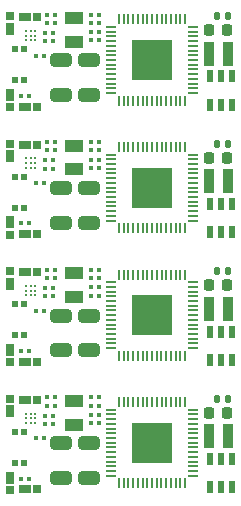
<source format=gtp>
G04 #@! TF.GenerationSoftware,KiCad,Pcbnew,8.0.8*
G04 #@! TF.CreationDate,2025-02-16T13:21:55-05:00*
G04 #@! TF.ProjectId,panel,70616e65-6c2e-46b6-9963-61645f706362,v0.0.0*
G04 #@! TF.SameCoordinates,Original*
G04 #@! TF.FileFunction,Paste,Top*
G04 #@! TF.FilePolarity,Positive*
%FSLAX46Y46*%
G04 Gerber Fmt 4.6, Leading zero omitted, Abs format (unit mm)*
G04 Created by KiCad (PCBNEW 8.0.8) date 2025-02-16 13:21:55*
%MOMM*%
%LPD*%
G01*
G04 APERTURE LIST*
G04 Aperture macros list*
%AMRoundRect*
0 Rectangle with rounded corners*
0 $1 Rounding radius*
0 $2 $3 $4 $5 $6 $7 $8 $9 X,Y pos of 4 corners*
0 Add a 4 corners polygon primitive as box body*
4,1,4,$2,$3,$4,$5,$6,$7,$8,$9,$2,$3,0*
0 Add four circle primitives for the rounded corners*
1,1,$1+$1,$2,$3*
1,1,$1+$1,$4,$5*
1,1,$1+$1,$6,$7*
1,1,$1+$1,$8,$9*
0 Add four rect primitives between the rounded corners*
20,1,$1+$1,$2,$3,$4,$5,0*
20,1,$1+$1,$4,$5,$6,$7,0*
20,1,$1+$1,$6,$7,$8,$9,0*
20,1,$1+$1,$8,$9,$2,$3,0*%
G04 Aperture macros list end*
%ADD10R,0.950000X2.100000*%
%ADD11RoundRect,0.079500X0.100500X-0.079500X0.100500X0.079500X-0.100500X0.079500X-0.100500X-0.079500X0*%
%ADD12R,1.600000X1.000000*%
%ADD13RoundRect,0.250000X-0.650000X0.325000X-0.650000X-0.325000X0.650000X-0.325000X0.650000X0.325000X0*%
%ADD14RoundRect,0.079500X-0.100500X0.079500X-0.100500X-0.079500X0.100500X-0.079500X0.100500X0.079500X0*%
%ADD15R,1.050000X0.800000*%
%ADD16R,0.650000X0.800000*%
%ADD17C,0.230000*%
%ADD18R,0.800000X1.050000*%
%ADD19R,0.800000X0.650000*%
%ADD20RoundRect,0.079500X-0.079500X-0.100500X0.079500X-0.100500X0.079500X0.100500X-0.079500X0.100500X0*%
%ADD21RoundRect,0.147500X0.147500X0.172500X-0.147500X0.172500X-0.147500X-0.172500X0.147500X-0.172500X0*%
%ADD22R,0.200000X0.880000*%
%ADD23R,0.880000X0.200000*%
%ADD24R,3.400000X3.400000*%
%ADD25R,0.550000X0.550000*%
%ADD26RoundRect,0.225000X-0.225000X-0.250000X0.225000X-0.250000X0.225000X0.250000X-0.225000X0.250000X0*%
%ADD27RoundRect,0.250000X0.650000X-0.325000X0.650000X0.325000X-0.650000X0.325000X-0.650000X-0.325000X0*%
%ADD28R,0.550000X1.100000*%
G04 APERTURE END LIST*
D10*
G04 #@! TO.C,L1*
X44107500Y-39710000D03*
X42432500Y-39710000D03*
G04 #@! TD*
D11*
G04 #@! TO.C,R14*
X33166559Y-15505022D03*
X33166559Y-14815022D03*
G04 #@! TD*
D12*
G04 #@! TO.C,L2*
X31060000Y-25910000D03*
X31060000Y-27910000D03*
G04 #@! TD*
D13*
G04 #@! TO.C,C8*
X29960000Y-40285000D03*
X29960000Y-43235000D03*
G04 #@! TD*
D14*
G04 #@! TO.C,C14*
X32460000Y-47215000D03*
X32460000Y-47905000D03*
G04 #@! TD*
D13*
G04 #@! TO.C,C8*
X29960000Y-29485000D03*
X29960000Y-32435000D03*
G04 #@! TD*
D15*
G04 #@! TO.C,D1*
X26880000Y-15020000D03*
D16*
X27940000Y-15020000D03*
G04 #@! TD*
D17*
G04 #@! TO.C,U5*
X26968733Y-48587200D03*
X27368733Y-48587200D03*
X27768733Y-48587200D03*
X26968733Y-48987200D03*
X27368733Y-48987200D03*
X27768733Y-48987200D03*
X26968733Y-49387200D03*
X27368733Y-49387200D03*
X27768733Y-49387200D03*
G04 #@! TD*
D18*
G04 #@! TO.C,D3*
X25660000Y-26800000D03*
D19*
X25660000Y-25740000D03*
G04 #@! TD*
D13*
G04 #@! TO.C,C8*
X29960000Y-18685000D03*
X29960000Y-21635000D03*
G04 #@! TD*
D20*
G04 #@! TO.C,R9*
X28595000Y-16350000D03*
X29285000Y-16350000D03*
G04 #@! TD*
G04 #@! TO.C,R13*
X26565000Y-43290000D03*
X27255000Y-43290000D03*
G04 #@! TD*
D12*
G04 #@! TO.C,L2*
X31060000Y-15110000D03*
X31060000Y-17110000D03*
G04 #@! TD*
D20*
G04 #@! TO.C,R13*
X26565000Y-54090000D03*
X27255000Y-54090000D03*
G04 #@! TD*
D18*
G04 #@! TO.C,D4*
X25660000Y-21600000D03*
D19*
X25660000Y-22660000D03*
G04 #@! TD*
D10*
G04 #@! TO.C,L1*
X44107500Y-50510000D03*
X42432500Y-50510000D03*
G04 #@! TD*
D21*
G04 #@! TO.C,D7*
X44095000Y-47330000D03*
X43125000Y-47330000D03*
G04 #@! TD*
D20*
G04 #@! TO.C,R9*
X28595000Y-27150000D03*
X29285000Y-27150000D03*
G04 #@! TD*
D22*
G04 #@! TO.C,U4*
X34840000Y-54490000D03*
X35240000Y-54490000D03*
X35640000Y-54490000D03*
X36040000Y-54490000D03*
X36440000Y-54490000D03*
X36840000Y-54490000D03*
X37240000Y-54490000D03*
X37640000Y-54490000D03*
X38040000Y-54490000D03*
X38440000Y-54490000D03*
X38840000Y-54490000D03*
X39240000Y-54490000D03*
X39640000Y-54490000D03*
X40040000Y-54490000D03*
X40440000Y-54490000D03*
D23*
X41080000Y-53850000D03*
X41080000Y-53450000D03*
X41080000Y-53050000D03*
X41080000Y-52650000D03*
X41080000Y-52250000D03*
X41080000Y-51850000D03*
X41080000Y-51450000D03*
X41080000Y-51050000D03*
X41080000Y-50650000D03*
X41080000Y-50250000D03*
X41080000Y-49850000D03*
X41080000Y-49450000D03*
X41080000Y-49050000D03*
X41080000Y-48650000D03*
X41080000Y-48250000D03*
D22*
X40440000Y-47610000D03*
X40050000Y-47610000D03*
X39650000Y-47610000D03*
X39250000Y-47610000D03*
X38850000Y-47610000D03*
X38450000Y-47610000D03*
X38050000Y-47610000D03*
X37650000Y-47610000D03*
X37250000Y-47610000D03*
X36850000Y-47610000D03*
X36450000Y-47610000D03*
X36050000Y-47610000D03*
X35650000Y-47610000D03*
X35250000Y-47610000D03*
X34850000Y-47610000D03*
D23*
X34200000Y-48250000D03*
X34200000Y-48650000D03*
X34200000Y-49050000D03*
X34200000Y-49450000D03*
X34200000Y-49850000D03*
X34200000Y-50250000D03*
X34200000Y-50650000D03*
X34200000Y-51050000D03*
X34200000Y-51450000D03*
X34200000Y-51850000D03*
X34200000Y-52250000D03*
X34200000Y-52650000D03*
X34200000Y-53050000D03*
X34200000Y-53450000D03*
X34200000Y-53850000D03*
D24*
X37640000Y-51050000D03*
G04 #@! TD*
D25*
G04 #@! TO.C,SW1*
X26050000Y-31170000D03*
X26810000Y-31170000D03*
X26050000Y-28530000D03*
X26810000Y-28530000D03*
G04 #@! TD*
D20*
G04 #@! TO.C,R11*
X27805000Y-39880000D03*
X28495000Y-39880000D03*
G04 #@! TD*
D17*
G04 #@! TO.C,U5*
X26968733Y-16187200D03*
X27368733Y-16187200D03*
X27768733Y-16187200D03*
X26968733Y-16587200D03*
X27368733Y-16587200D03*
X27768733Y-16587200D03*
X26968733Y-16987200D03*
X27368733Y-16987200D03*
X27768733Y-16987200D03*
G04 #@! TD*
D20*
G04 #@! TO.C,R10*
X28595000Y-27850000D03*
X29285000Y-27850000D03*
G04 #@! TD*
D26*
G04 #@! TO.C,C7*
X42475000Y-48530000D03*
X44025000Y-48530000D03*
G04 #@! TD*
D11*
G04 #@! TO.C,R14*
X33166559Y-47905022D03*
X33166559Y-47215022D03*
G04 #@! TD*
D14*
G04 #@! TO.C,C10*
X33160000Y-48705000D03*
X33160000Y-49395000D03*
G04 #@! TD*
D11*
G04 #@! TO.C,C19*
X29460000Y-47905000D03*
X29460000Y-47215000D03*
G04 #@! TD*
D20*
G04 #@! TO.C,R9*
X28595000Y-37950000D03*
X29285000Y-37950000D03*
G04 #@! TD*
G04 #@! TO.C,R10*
X28595000Y-17050000D03*
X29285000Y-17050000D03*
G04 #@! TD*
D10*
G04 #@! TO.C,L1*
X44107500Y-28910000D03*
X42432500Y-28910000D03*
G04 #@! TD*
D11*
G04 #@! TO.C,C18*
X28760000Y-15505000D03*
X28760000Y-14815000D03*
G04 #@! TD*
D18*
G04 #@! TO.C,D3*
X25660000Y-48400000D03*
D19*
X25660000Y-47340000D03*
G04 #@! TD*
D11*
G04 #@! TO.C,C18*
X28760000Y-37105000D03*
X28760000Y-36415000D03*
G04 #@! TD*
D22*
G04 #@! TO.C,U4*
X34840000Y-43690000D03*
X35240000Y-43690000D03*
X35640000Y-43690000D03*
X36040000Y-43690000D03*
X36440000Y-43690000D03*
X36840000Y-43690000D03*
X37240000Y-43690000D03*
X37640000Y-43690000D03*
X38040000Y-43690000D03*
X38440000Y-43690000D03*
X38840000Y-43690000D03*
X39240000Y-43690000D03*
X39640000Y-43690000D03*
X40040000Y-43690000D03*
X40440000Y-43690000D03*
D23*
X41080000Y-43050000D03*
X41080000Y-42650000D03*
X41080000Y-42250000D03*
X41080000Y-41850000D03*
X41080000Y-41450000D03*
X41080000Y-41050000D03*
X41080000Y-40650000D03*
X41080000Y-40250000D03*
X41080000Y-39850000D03*
X41080000Y-39450000D03*
X41080000Y-39050000D03*
X41080000Y-38650000D03*
X41080000Y-38250000D03*
X41080000Y-37850000D03*
X41080000Y-37450000D03*
D22*
X40440000Y-36810000D03*
X40050000Y-36810000D03*
X39650000Y-36810000D03*
X39250000Y-36810000D03*
X38850000Y-36810000D03*
X38450000Y-36810000D03*
X38050000Y-36810000D03*
X37650000Y-36810000D03*
X37250000Y-36810000D03*
X36850000Y-36810000D03*
X36450000Y-36810000D03*
X36050000Y-36810000D03*
X35650000Y-36810000D03*
X35250000Y-36810000D03*
X34850000Y-36810000D03*
D23*
X34200000Y-37450000D03*
X34200000Y-37850000D03*
X34200000Y-38250000D03*
X34200000Y-38650000D03*
X34200000Y-39050000D03*
X34200000Y-39450000D03*
X34200000Y-39850000D03*
X34200000Y-40250000D03*
X34200000Y-40650000D03*
X34200000Y-41050000D03*
X34200000Y-41450000D03*
X34200000Y-41850000D03*
X34200000Y-42250000D03*
X34200000Y-42650000D03*
X34200000Y-43050000D03*
D24*
X37640000Y-40250000D03*
G04 #@! TD*
D14*
G04 #@! TO.C,C10*
X33160000Y-16305000D03*
X33160000Y-16995000D03*
G04 #@! TD*
D20*
G04 #@! TO.C,R10*
X28595000Y-49450000D03*
X29285000Y-49450000D03*
G04 #@! TD*
D21*
G04 #@! TO.C,D7*
X44095000Y-25730000D03*
X43125000Y-25730000D03*
G04 #@! TD*
D11*
G04 #@! TO.C,C19*
X29460000Y-26305000D03*
X29460000Y-25615000D03*
G04 #@! TD*
D27*
G04 #@! TO.C,C17*
X32340000Y-32435000D03*
X32340000Y-29485000D03*
G04 #@! TD*
D28*
G04 #@! TO.C,U2*
X42520000Y-22440000D03*
X43470000Y-22440000D03*
X44420000Y-22440000D03*
X44420000Y-20040000D03*
X43470000Y-20040000D03*
X42520000Y-20040000D03*
G04 #@! TD*
D22*
G04 #@! TO.C,U4*
X34840000Y-32890000D03*
X35240000Y-32890000D03*
X35640000Y-32890000D03*
X36040000Y-32890000D03*
X36440000Y-32890000D03*
X36840000Y-32890000D03*
X37240000Y-32890000D03*
X37640000Y-32890000D03*
X38040000Y-32890000D03*
X38440000Y-32890000D03*
X38840000Y-32890000D03*
X39240000Y-32890000D03*
X39640000Y-32890000D03*
X40040000Y-32890000D03*
X40440000Y-32890000D03*
D23*
X41080000Y-32250000D03*
X41080000Y-31850000D03*
X41080000Y-31450000D03*
X41080000Y-31050000D03*
X41080000Y-30650000D03*
X41080000Y-30250000D03*
X41080000Y-29850000D03*
X41080000Y-29450000D03*
X41080000Y-29050000D03*
X41080000Y-28650000D03*
X41080000Y-28250000D03*
X41080000Y-27850000D03*
X41080000Y-27450000D03*
X41080000Y-27050000D03*
X41080000Y-26650000D03*
D22*
X40440000Y-26010000D03*
X40050000Y-26010000D03*
X39650000Y-26010000D03*
X39250000Y-26010000D03*
X38850000Y-26010000D03*
X38450000Y-26010000D03*
X38050000Y-26010000D03*
X37650000Y-26010000D03*
X37250000Y-26010000D03*
X36850000Y-26010000D03*
X36450000Y-26010000D03*
X36050000Y-26010000D03*
X35650000Y-26010000D03*
X35250000Y-26010000D03*
X34850000Y-26010000D03*
D23*
X34200000Y-26650000D03*
X34200000Y-27050000D03*
X34200000Y-27450000D03*
X34200000Y-27850000D03*
X34200000Y-28250000D03*
X34200000Y-28650000D03*
X34200000Y-29050000D03*
X34200000Y-29450000D03*
X34200000Y-29850000D03*
X34200000Y-30250000D03*
X34200000Y-30650000D03*
X34200000Y-31050000D03*
X34200000Y-31450000D03*
X34200000Y-31850000D03*
X34200000Y-32250000D03*
D24*
X37640000Y-29450000D03*
G04 #@! TD*
D15*
G04 #@! TO.C,D1*
X26880000Y-47420000D03*
D16*
X27940000Y-47420000D03*
G04 #@! TD*
D14*
G04 #@! TO.C,C10*
X33160000Y-37905000D03*
X33160000Y-38595000D03*
G04 #@! TD*
D20*
G04 #@! TO.C,R10*
X28595000Y-38650000D03*
X29285000Y-38650000D03*
G04 #@! TD*
D25*
G04 #@! TO.C,SW1*
X26050000Y-52770000D03*
X26810000Y-52770000D03*
X26050000Y-50130000D03*
X26810000Y-50130000D03*
G04 #@! TD*
D14*
G04 #@! TO.C,C14*
X32460000Y-36415000D03*
X32460000Y-37105000D03*
G04 #@! TD*
D11*
G04 #@! TO.C,C18*
X28760000Y-47905000D03*
X28760000Y-47215000D03*
G04 #@! TD*
D21*
G04 #@! TO.C,D7*
X44095000Y-36530000D03*
X43125000Y-36530000D03*
G04 #@! TD*
D15*
G04 #@! TO.C,D2*
X26880000Y-54990000D03*
D16*
X27940000Y-54990000D03*
G04 #@! TD*
D20*
G04 #@! TO.C,R11*
X27805000Y-18280000D03*
X28495000Y-18280000D03*
G04 #@! TD*
G04 #@! TO.C,R13*
X26565000Y-32490000D03*
X27255000Y-32490000D03*
G04 #@! TD*
D15*
G04 #@! TO.C,D2*
X26880000Y-44190000D03*
D16*
X27940000Y-44190000D03*
G04 #@! TD*
D11*
G04 #@! TO.C,C9*
X32460000Y-38595000D03*
X32460000Y-37905000D03*
G04 #@! TD*
D17*
G04 #@! TO.C,U5*
X26968733Y-26987200D03*
X27368733Y-26987200D03*
X27768733Y-26987200D03*
X26968733Y-27387200D03*
X27368733Y-27387200D03*
X27768733Y-27387200D03*
X26968733Y-27787200D03*
X27368733Y-27787200D03*
X27768733Y-27787200D03*
G04 #@! TD*
D15*
G04 #@! TO.C,D2*
X26880000Y-22590000D03*
D16*
X27940000Y-22590000D03*
G04 #@! TD*
D22*
G04 #@! TO.C,U4*
X34840000Y-22090000D03*
X35240000Y-22090000D03*
X35640000Y-22090000D03*
X36040000Y-22090000D03*
X36440000Y-22090000D03*
X36840000Y-22090000D03*
X37240000Y-22090000D03*
X37640000Y-22090000D03*
X38040000Y-22090000D03*
X38440000Y-22090000D03*
X38840000Y-22090000D03*
X39240000Y-22090000D03*
X39640000Y-22090000D03*
X40040000Y-22090000D03*
X40440000Y-22090000D03*
D23*
X41080000Y-21450000D03*
X41080000Y-21050000D03*
X41080000Y-20650000D03*
X41080000Y-20250000D03*
X41080000Y-19850000D03*
X41080000Y-19450000D03*
X41080000Y-19050000D03*
X41080000Y-18650000D03*
X41080000Y-18250000D03*
X41080000Y-17850000D03*
X41080000Y-17450000D03*
X41080000Y-17050000D03*
X41080000Y-16650000D03*
X41080000Y-16250000D03*
X41080000Y-15850000D03*
D22*
X40440000Y-15210000D03*
X40050000Y-15210000D03*
X39650000Y-15210000D03*
X39250000Y-15210000D03*
X38850000Y-15210000D03*
X38450000Y-15210000D03*
X38050000Y-15210000D03*
X37650000Y-15210000D03*
X37250000Y-15210000D03*
X36850000Y-15210000D03*
X36450000Y-15210000D03*
X36050000Y-15210000D03*
X35650000Y-15210000D03*
X35250000Y-15210000D03*
X34850000Y-15210000D03*
D23*
X34200000Y-15850000D03*
X34200000Y-16250000D03*
X34200000Y-16650000D03*
X34200000Y-17050000D03*
X34200000Y-17450000D03*
X34200000Y-17850000D03*
X34200000Y-18250000D03*
X34200000Y-18650000D03*
X34200000Y-19050000D03*
X34200000Y-19450000D03*
X34200000Y-19850000D03*
X34200000Y-20250000D03*
X34200000Y-20650000D03*
X34200000Y-21050000D03*
X34200000Y-21450000D03*
D24*
X37640000Y-18650000D03*
G04 #@! TD*
D25*
G04 #@! TO.C,SW1*
X26050000Y-41970000D03*
X26810000Y-41970000D03*
X26050000Y-39330000D03*
X26810000Y-39330000D03*
G04 #@! TD*
D26*
G04 #@! TO.C,C7*
X42475000Y-37730000D03*
X44025000Y-37730000D03*
G04 #@! TD*
D20*
G04 #@! TO.C,R13*
X26565000Y-21690000D03*
X27255000Y-21690000D03*
G04 #@! TD*
D15*
G04 #@! TO.C,D1*
X26880000Y-36620000D03*
D16*
X27940000Y-36620000D03*
G04 #@! TD*
D27*
G04 #@! TO.C,C17*
X32340000Y-21635000D03*
X32340000Y-18685000D03*
G04 #@! TD*
D15*
G04 #@! TO.C,D2*
X26880000Y-33390000D03*
D16*
X27940000Y-33390000D03*
G04 #@! TD*
D20*
G04 #@! TO.C,R11*
X27805000Y-50680000D03*
X28495000Y-50680000D03*
G04 #@! TD*
D27*
G04 #@! TO.C,C17*
X32340000Y-43235000D03*
X32340000Y-40285000D03*
G04 #@! TD*
D25*
G04 #@! TO.C,SW1*
X26050000Y-20370000D03*
X26810000Y-20370000D03*
X26050000Y-17730000D03*
X26810000Y-17730000D03*
G04 #@! TD*
D14*
G04 #@! TO.C,C10*
X33160000Y-27105000D03*
X33160000Y-27795000D03*
G04 #@! TD*
G04 #@! TO.C,C14*
X32460000Y-25615000D03*
X32460000Y-26305000D03*
G04 #@! TD*
D11*
G04 #@! TO.C,C18*
X28760000Y-26305000D03*
X28760000Y-25615000D03*
G04 #@! TD*
G04 #@! TO.C,C9*
X32460000Y-16995000D03*
X32460000Y-16305000D03*
G04 #@! TD*
D18*
G04 #@! TO.C,D3*
X25660000Y-37600000D03*
D19*
X25660000Y-36540000D03*
G04 #@! TD*
D26*
G04 #@! TO.C,C7*
X42475000Y-26930000D03*
X44025000Y-26930000D03*
G04 #@! TD*
D11*
G04 #@! TO.C,R14*
X33166559Y-26305022D03*
X33166559Y-25615022D03*
G04 #@! TD*
D18*
G04 #@! TO.C,D4*
X25660000Y-32400000D03*
D19*
X25660000Y-33460000D03*
G04 #@! TD*
D11*
G04 #@! TO.C,C9*
X32460000Y-49395000D03*
X32460000Y-48705000D03*
G04 #@! TD*
D21*
G04 #@! TO.C,D7*
X44095000Y-14930000D03*
X43125000Y-14930000D03*
G04 #@! TD*
D27*
G04 #@! TO.C,C17*
X32340000Y-54035000D03*
X32340000Y-51085000D03*
G04 #@! TD*
D13*
G04 #@! TO.C,C8*
X29960000Y-51085000D03*
X29960000Y-54035000D03*
G04 #@! TD*
D20*
G04 #@! TO.C,R11*
X27805000Y-29080000D03*
X28495000Y-29080000D03*
G04 #@! TD*
D10*
G04 #@! TO.C,L1*
X44107500Y-18110000D03*
X42432500Y-18110000D03*
G04 #@! TD*
D14*
G04 #@! TO.C,C14*
X32460000Y-14815000D03*
X32460000Y-15505000D03*
G04 #@! TD*
D11*
G04 #@! TO.C,R14*
X33166559Y-37105022D03*
X33166559Y-36415022D03*
G04 #@! TD*
D28*
G04 #@! TO.C,U2*
X42520000Y-33240000D03*
X43470000Y-33240000D03*
X44420000Y-33240000D03*
X44420000Y-30840000D03*
X43470000Y-30840000D03*
X42520000Y-30840000D03*
G04 #@! TD*
D18*
G04 #@! TO.C,D4*
X25660000Y-43200000D03*
D19*
X25660000Y-44260000D03*
G04 #@! TD*
D12*
G04 #@! TO.C,L2*
X31060000Y-36710000D03*
X31060000Y-38710000D03*
G04 #@! TD*
D26*
G04 #@! TO.C,C7*
X42475000Y-16130000D03*
X44025000Y-16130000D03*
G04 #@! TD*
D28*
G04 #@! TO.C,U2*
X42520000Y-54840000D03*
X43470000Y-54840000D03*
X44420000Y-54840000D03*
X44420000Y-52440000D03*
X43470000Y-52440000D03*
X42520000Y-52440000D03*
G04 #@! TD*
D18*
G04 #@! TO.C,D4*
X25660000Y-54000000D03*
D19*
X25660000Y-55060000D03*
G04 #@! TD*
D18*
G04 #@! TO.C,D3*
X25660000Y-16000000D03*
D19*
X25660000Y-14940000D03*
G04 #@! TD*
D11*
G04 #@! TO.C,C19*
X29460000Y-37105000D03*
X29460000Y-36415000D03*
G04 #@! TD*
G04 #@! TO.C,C19*
X29460000Y-15505000D03*
X29460000Y-14815000D03*
G04 #@! TD*
D12*
G04 #@! TO.C,L2*
X31060000Y-47510000D03*
X31060000Y-49510000D03*
G04 #@! TD*
D28*
G04 #@! TO.C,U2*
X42520000Y-44040000D03*
X43470000Y-44040000D03*
X44420000Y-44040000D03*
X44420000Y-41640000D03*
X43470000Y-41640000D03*
X42520000Y-41640000D03*
G04 #@! TD*
D11*
G04 #@! TO.C,C9*
X32460000Y-27795000D03*
X32460000Y-27105000D03*
G04 #@! TD*
D17*
G04 #@! TO.C,U5*
X26968733Y-37787200D03*
X27368733Y-37787200D03*
X27768733Y-37787200D03*
X26968733Y-38187200D03*
X27368733Y-38187200D03*
X27768733Y-38187200D03*
X26968733Y-38587200D03*
X27368733Y-38587200D03*
X27768733Y-38587200D03*
G04 #@! TD*
D20*
G04 #@! TO.C,R9*
X28595000Y-48750000D03*
X29285000Y-48750000D03*
G04 #@! TD*
D15*
G04 #@! TO.C,D1*
X26880000Y-25820000D03*
D16*
X27940000Y-25820000D03*
G04 #@! TD*
M02*

</source>
